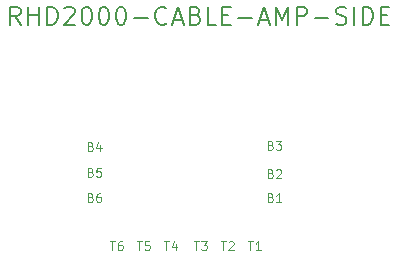
<source format=gbr>
G04 #@! TF.FileFunction,Legend,Top*
%FSLAX46Y46*%
G04 Gerber Fmt 4.6, Leading zero omitted, Abs format (unit mm)*
G04 Created by KiCad (PCBNEW 4.0.2-stable) date Friday, July 22, 2016 'PMt' 02:11:42 PM*
%MOMM*%
G01*
G04 APERTURE LIST*
%ADD10C,0.100000*%
%ADD11C,0.121000*%
%ADD12C,0.150000*%
G04 APERTURE END LIST*
D10*
D11*
X155012572Y-103704571D02*
X155121429Y-103740857D01*
X155157714Y-103777143D01*
X155194000Y-103849714D01*
X155194000Y-103958571D01*
X155157714Y-104031143D01*
X155121429Y-104067429D01*
X155048857Y-104103714D01*
X154758572Y-104103714D01*
X154758572Y-103341714D01*
X155012572Y-103341714D01*
X155085143Y-103378000D01*
X155121429Y-103414286D01*
X155157714Y-103486857D01*
X155157714Y-103559429D01*
X155121429Y-103632000D01*
X155085143Y-103668286D01*
X155012572Y-103704571D01*
X154758572Y-103704571D01*
X155448000Y-103341714D02*
X155919714Y-103341714D01*
X155665714Y-103632000D01*
X155774572Y-103632000D01*
X155847143Y-103668286D01*
X155883429Y-103704571D01*
X155919714Y-103777143D01*
X155919714Y-103958571D01*
X155883429Y-104031143D01*
X155847143Y-104067429D01*
X155774572Y-104103714D01*
X155556857Y-104103714D01*
X155484286Y-104067429D01*
X155448000Y-104031143D01*
X155012572Y-106117571D02*
X155121429Y-106153857D01*
X155157714Y-106190143D01*
X155194000Y-106262714D01*
X155194000Y-106371571D01*
X155157714Y-106444143D01*
X155121429Y-106480429D01*
X155048857Y-106516714D01*
X154758572Y-106516714D01*
X154758572Y-105754714D01*
X155012572Y-105754714D01*
X155085143Y-105791000D01*
X155121429Y-105827286D01*
X155157714Y-105899857D01*
X155157714Y-105972429D01*
X155121429Y-106045000D01*
X155085143Y-106081286D01*
X155012572Y-106117571D01*
X154758572Y-106117571D01*
X155484286Y-105827286D02*
X155520572Y-105791000D01*
X155593143Y-105754714D01*
X155774572Y-105754714D01*
X155847143Y-105791000D01*
X155883429Y-105827286D01*
X155919714Y-105899857D01*
X155919714Y-105972429D01*
X155883429Y-106081286D01*
X155448000Y-106516714D01*
X155919714Y-106516714D01*
X155012572Y-108149571D02*
X155121429Y-108185857D01*
X155157714Y-108222143D01*
X155194000Y-108294714D01*
X155194000Y-108403571D01*
X155157714Y-108476143D01*
X155121429Y-108512429D01*
X155048857Y-108548714D01*
X154758572Y-108548714D01*
X154758572Y-107786714D01*
X155012572Y-107786714D01*
X155085143Y-107823000D01*
X155121429Y-107859286D01*
X155157714Y-107931857D01*
X155157714Y-108004429D01*
X155121429Y-108077000D01*
X155085143Y-108113286D01*
X155012572Y-108149571D01*
X154758572Y-108149571D01*
X155919714Y-108548714D02*
X155484286Y-108548714D01*
X155702000Y-108548714D02*
X155702000Y-107786714D01*
X155629429Y-107895571D01*
X155556857Y-107968143D01*
X155484286Y-108004429D01*
X153089429Y-111850714D02*
X153524858Y-111850714D01*
X153307144Y-112612714D02*
X153307144Y-111850714D01*
X154178000Y-112612714D02*
X153742572Y-112612714D01*
X153960286Y-112612714D02*
X153960286Y-111850714D01*
X153887715Y-111959571D01*
X153815143Y-112032143D01*
X153742572Y-112068429D01*
X150803429Y-111850714D02*
X151238858Y-111850714D01*
X151021144Y-112612714D02*
X151021144Y-111850714D01*
X151456572Y-111923286D02*
X151492858Y-111887000D01*
X151565429Y-111850714D01*
X151746858Y-111850714D01*
X151819429Y-111887000D01*
X151855715Y-111923286D01*
X151892000Y-111995857D01*
X151892000Y-112068429D01*
X151855715Y-112177286D01*
X151420286Y-112612714D01*
X151892000Y-112612714D01*
X148517429Y-111850714D02*
X148952858Y-111850714D01*
X148735144Y-112612714D02*
X148735144Y-111850714D01*
X149134286Y-111850714D02*
X149606000Y-111850714D01*
X149352000Y-112141000D01*
X149460858Y-112141000D01*
X149533429Y-112177286D01*
X149569715Y-112213571D01*
X149606000Y-112286143D01*
X149606000Y-112467571D01*
X149569715Y-112540143D01*
X149533429Y-112576429D01*
X149460858Y-112612714D01*
X149243143Y-112612714D01*
X149170572Y-112576429D01*
X149134286Y-112540143D01*
X145977429Y-111850714D02*
X146412858Y-111850714D01*
X146195144Y-112612714D02*
X146195144Y-111850714D01*
X146993429Y-112104714D02*
X146993429Y-112612714D01*
X146812000Y-111814429D02*
X146630572Y-112358714D01*
X147102286Y-112358714D01*
X143691429Y-111850714D02*
X144126858Y-111850714D01*
X143909144Y-112612714D02*
X143909144Y-111850714D01*
X144743715Y-111850714D02*
X144380858Y-111850714D01*
X144344572Y-112213571D01*
X144380858Y-112177286D01*
X144453429Y-112141000D01*
X144634858Y-112141000D01*
X144707429Y-112177286D01*
X144743715Y-112213571D01*
X144780000Y-112286143D01*
X144780000Y-112467571D01*
X144743715Y-112540143D01*
X144707429Y-112576429D01*
X144634858Y-112612714D01*
X144453429Y-112612714D01*
X144380858Y-112576429D01*
X144344572Y-112540143D01*
X141405429Y-111850714D02*
X141840858Y-111850714D01*
X141623144Y-112612714D02*
X141623144Y-111850714D01*
X142421429Y-111850714D02*
X142276286Y-111850714D01*
X142203715Y-111887000D01*
X142167429Y-111923286D01*
X142094858Y-112032143D01*
X142058572Y-112177286D01*
X142058572Y-112467571D01*
X142094858Y-112540143D01*
X142131143Y-112576429D01*
X142203715Y-112612714D01*
X142348858Y-112612714D01*
X142421429Y-112576429D01*
X142457715Y-112540143D01*
X142494000Y-112467571D01*
X142494000Y-112286143D01*
X142457715Y-112213571D01*
X142421429Y-112177286D01*
X142348858Y-112141000D01*
X142203715Y-112141000D01*
X142131143Y-112177286D01*
X142094858Y-112213571D01*
X142058572Y-112286143D01*
X139772572Y-108149571D02*
X139881429Y-108185857D01*
X139917714Y-108222143D01*
X139954000Y-108294714D01*
X139954000Y-108403571D01*
X139917714Y-108476143D01*
X139881429Y-108512429D01*
X139808857Y-108548714D01*
X139518572Y-108548714D01*
X139518572Y-107786714D01*
X139772572Y-107786714D01*
X139845143Y-107823000D01*
X139881429Y-107859286D01*
X139917714Y-107931857D01*
X139917714Y-108004429D01*
X139881429Y-108077000D01*
X139845143Y-108113286D01*
X139772572Y-108149571D01*
X139518572Y-108149571D01*
X140607143Y-107786714D02*
X140462000Y-107786714D01*
X140389429Y-107823000D01*
X140353143Y-107859286D01*
X140280572Y-107968143D01*
X140244286Y-108113286D01*
X140244286Y-108403571D01*
X140280572Y-108476143D01*
X140316857Y-108512429D01*
X140389429Y-108548714D01*
X140534572Y-108548714D01*
X140607143Y-108512429D01*
X140643429Y-108476143D01*
X140679714Y-108403571D01*
X140679714Y-108222143D01*
X140643429Y-108149571D01*
X140607143Y-108113286D01*
X140534572Y-108077000D01*
X140389429Y-108077000D01*
X140316857Y-108113286D01*
X140280572Y-108149571D01*
X140244286Y-108222143D01*
X139772572Y-105990571D02*
X139881429Y-106026857D01*
X139917714Y-106063143D01*
X139954000Y-106135714D01*
X139954000Y-106244571D01*
X139917714Y-106317143D01*
X139881429Y-106353429D01*
X139808857Y-106389714D01*
X139518572Y-106389714D01*
X139518572Y-105627714D01*
X139772572Y-105627714D01*
X139845143Y-105664000D01*
X139881429Y-105700286D01*
X139917714Y-105772857D01*
X139917714Y-105845429D01*
X139881429Y-105918000D01*
X139845143Y-105954286D01*
X139772572Y-105990571D01*
X139518572Y-105990571D01*
X140643429Y-105627714D02*
X140280572Y-105627714D01*
X140244286Y-105990571D01*
X140280572Y-105954286D01*
X140353143Y-105918000D01*
X140534572Y-105918000D01*
X140607143Y-105954286D01*
X140643429Y-105990571D01*
X140679714Y-106063143D01*
X140679714Y-106244571D01*
X140643429Y-106317143D01*
X140607143Y-106353429D01*
X140534572Y-106389714D01*
X140353143Y-106389714D01*
X140280572Y-106353429D01*
X140244286Y-106317143D01*
X139772572Y-103831571D02*
X139881429Y-103867857D01*
X139917714Y-103904143D01*
X139954000Y-103976714D01*
X139954000Y-104085571D01*
X139917714Y-104158143D01*
X139881429Y-104194429D01*
X139808857Y-104230714D01*
X139518572Y-104230714D01*
X139518572Y-103468714D01*
X139772572Y-103468714D01*
X139845143Y-103505000D01*
X139881429Y-103541286D01*
X139917714Y-103613857D01*
X139917714Y-103686429D01*
X139881429Y-103759000D01*
X139845143Y-103795286D01*
X139772572Y-103831571D01*
X139518572Y-103831571D01*
X140607143Y-103722714D02*
X140607143Y-104230714D01*
X140425714Y-103432429D02*
X140244286Y-103976714D01*
X140716000Y-103976714D01*
D12*
X133850757Y-93526429D02*
X133342757Y-92800714D01*
X132979900Y-93526429D02*
X132979900Y-92002429D01*
X133560472Y-92002429D01*
X133705614Y-92075000D01*
X133778186Y-92147571D01*
X133850757Y-92292714D01*
X133850757Y-92510429D01*
X133778186Y-92655571D01*
X133705614Y-92728143D01*
X133560472Y-92800714D01*
X132979900Y-92800714D01*
X134503900Y-93526429D02*
X134503900Y-92002429D01*
X134503900Y-92728143D02*
X135374757Y-92728143D01*
X135374757Y-93526429D02*
X135374757Y-92002429D01*
X136100471Y-93526429D02*
X136100471Y-92002429D01*
X136463328Y-92002429D01*
X136681043Y-92075000D01*
X136826185Y-92220143D01*
X136898757Y-92365286D01*
X136971328Y-92655571D01*
X136971328Y-92873286D01*
X136898757Y-93163571D01*
X136826185Y-93308714D01*
X136681043Y-93453857D01*
X136463328Y-93526429D01*
X136100471Y-93526429D01*
X137551900Y-92147571D02*
X137624471Y-92075000D01*
X137769614Y-92002429D01*
X138132471Y-92002429D01*
X138277614Y-92075000D01*
X138350185Y-92147571D01*
X138422757Y-92292714D01*
X138422757Y-92437857D01*
X138350185Y-92655571D01*
X137479328Y-93526429D01*
X138422757Y-93526429D01*
X139366186Y-92002429D02*
X139511329Y-92002429D01*
X139656472Y-92075000D01*
X139729043Y-92147571D01*
X139801614Y-92292714D01*
X139874186Y-92583000D01*
X139874186Y-92945857D01*
X139801614Y-93236143D01*
X139729043Y-93381286D01*
X139656472Y-93453857D01*
X139511329Y-93526429D01*
X139366186Y-93526429D01*
X139221043Y-93453857D01*
X139148472Y-93381286D01*
X139075900Y-93236143D01*
X139003329Y-92945857D01*
X139003329Y-92583000D01*
X139075900Y-92292714D01*
X139148472Y-92147571D01*
X139221043Y-92075000D01*
X139366186Y-92002429D01*
X140817615Y-92002429D02*
X140962758Y-92002429D01*
X141107901Y-92075000D01*
X141180472Y-92147571D01*
X141253043Y-92292714D01*
X141325615Y-92583000D01*
X141325615Y-92945857D01*
X141253043Y-93236143D01*
X141180472Y-93381286D01*
X141107901Y-93453857D01*
X140962758Y-93526429D01*
X140817615Y-93526429D01*
X140672472Y-93453857D01*
X140599901Y-93381286D01*
X140527329Y-93236143D01*
X140454758Y-92945857D01*
X140454758Y-92583000D01*
X140527329Y-92292714D01*
X140599901Y-92147571D01*
X140672472Y-92075000D01*
X140817615Y-92002429D01*
X142269044Y-92002429D02*
X142414187Y-92002429D01*
X142559330Y-92075000D01*
X142631901Y-92147571D01*
X142704472Y-92292714D01*
X142777044Y-92583000D01*
X142777044Y-92945857D01*
X142704472Y-93236143D01*
X142631901Y-93381286D01*
X142559330Y-93453857D01*
X142414187Y-93526429D01*
X142269044Y-93526429D01*
X142123901Y-93453857D01*
X142051330Y-93381286D01*
X141978758Y-93236143D01*
X141906187Y-92945857D01*
X141906187Y-92583000D01*
X141978758Y-92292714D01*
X142051330Y-92147571D01*
X142123901Y-92075000D01*
X142269044Y-92002429D01*
X143430187Y-92945857D02*
X144591330Y-92945857D01*
X146187901Y-93381286D02*
X146115330Y-93453857D01*
X145897616Y-93526429D01*
X145752473Y-93526429D01*
X145534758Y-93453857D01*
X145389616Y-93308714D01*
X145317044Y-93163571D01*
X145244473Y-92873286D01*
X145244473Y-92655571D01*
X145317044Y-92365286D01*
X145389616Y-92220143D01*
X145534758Y-92075000D01*
X145752473Y-92002429D01*
X145897616Y-92002429D01*
X146115330Y-92075000D01*
X146187901Y-92147571D01*
X146768473Y-93091000D02*
X147494187Y-93091000D01*
X146623330Y-93526429D02*
X147131330Y-92002429D01*
X147639330Y-93526429D01*
X148655330Y-92728143D02*
X148873044Y-92800714D01*
X148945616Y-92873286D01*
X149018187Y-93018429D01*
X149018187Y-93236143D01*
X148945616Y-93381286D01*
X148873044Y-93453857D01*
X148727902Y-93526429D01*
X148147330Y-93526429D01*
X148147330Y-92002429D01*
X148655330Y-92002429D01*
X148800473Y-92075000D01*
X148873044Y-92147571D01*
X148945616Y-92292714D01*
X148945616Y-92437857D01*
X148873044Y-92583000D01*
X148800473Y-92655571D01*
X148655330Y-92728143D01*
X148147330Y-92728143D01*
X150397044Y-93526429D02*
X149671330Y-93526429D01*
X149671330Y-92002429D01*
X150905044Y-92728143D02*
X151413044Y-92728143D01*
X151630758Y-93526429D02*
X150905044Y-93526429D01*
X150905044Y-92002429D01*
X151630758Y-92002429D01*
X152283901Y-92945857D02*
X153445044Y-92945857D01*
X154098187Y-93091000D02*
X154823901Y-93091000D01*
X153953044Y-93526429D02*
X154461044Y-92002429D01*
X154969044Y-93526429D01*
X155477044Y-93526429D02*
X155477044Y-92002429D01*
X155985044Y-93091000D01*
X156493044Y-92002429D01*
X156493044Y-93526429D01*
X157218758Y-93526429D02*
X157218758Y-92002429D01*
X157799330Y-92002429D01*
X157944472Y-92075000D01*
X158017044Y-92147571D01*
X158089615Y-92292714D01*
X158089615Y-92510429D01*
X158017044Y-92655571D01*
X157944472Y-92728143D01*
X157799330Y-92800714D01*
X157218758Y-92800714D01*
X158742758Y-92945857D02*
X159903901Y-92945857D01*
X160557044Y-93453857D02*
X160774758Y-93526429D01*
X161137615Y-93526429D01*
X161282758Y-93453857D01*
X161355329Y-93381286D01*
X161427901Y-93236143D01*
X161427901Y-93091000D01*
X161355329Y-92945857D01*
X161282758Y-92873286D01*
X161137615Y-92800714D01*
X160847329Y-92728143D01*
X160702187Y-92655571D01*
X160629615Y-92583000D01*
X160557044Y-92437857D01*
X160557044Y-92292714D01*
X160629615Y-92147571D01*
X160702187Y-92075000D01*
X160847329Y-92002429D01*
X161210187Y-92002429D01*
X161427901Y-92075000D01*
X162081044Y-93526429D02*
X162081044Y-92002429D01*
X162806758Y-93526429D02*
X162806758Y-92002429D01*
X163169615Y-92002429D01*
X163387330Y-92075000D01*
X163532472Y-92220143D01*
X163605044Y-92365286D01*
X163677615Y-92655571D01*
X163677615Y-92873286D01*
X163605044Y-93163571D01*
X163532472Y-93308714D01*
X163387330Y-93453857D01*
X163169615Y-93526429D01*
X162806758Y-93526429D01*
X164330758Y-92728143D02*
X164838758Y-92728143D01*
X165056472Y-93526429D02*
X164330758Y-93526429D01*
X164330758Y-92002429D01*
X165056472Y-92002429D01*
M02*

</source>
